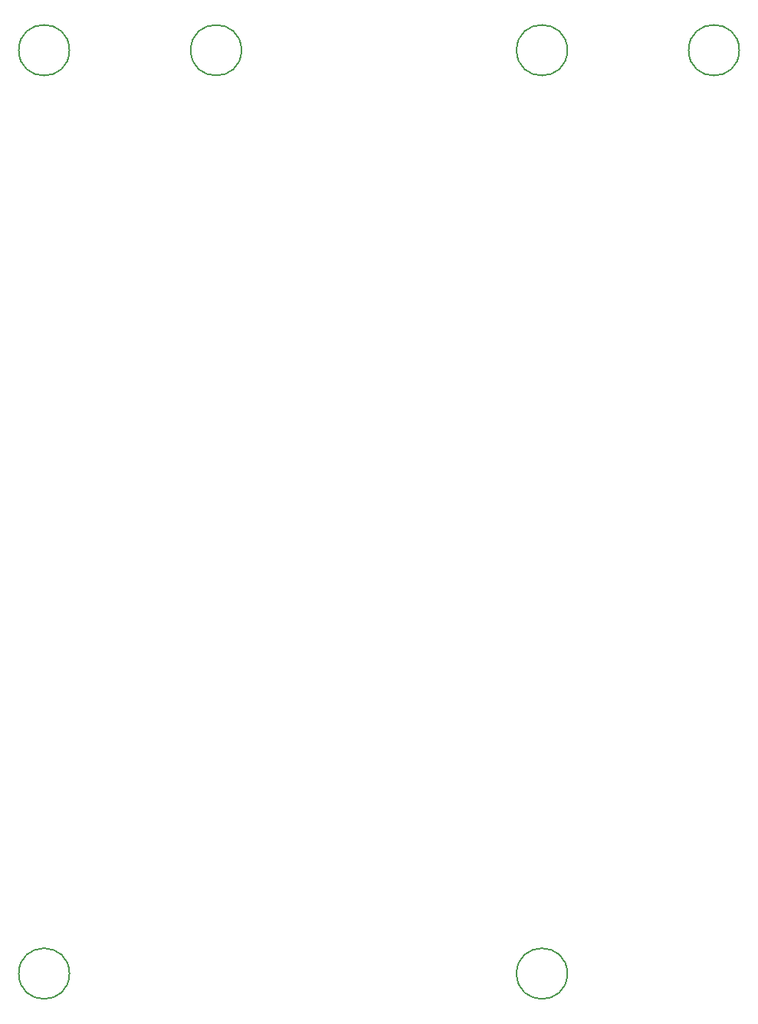
<source format=gbr>
%TF.GenerationSoftware,KiCad,Pcbnew,7.0.10*%
%TF.CreationDate,2024-04-12T22:08:05+02:00*%
%TF.ProjectId,L235-Analog-Processor,4c323335-2d41-46e6-916c-6f672d50726f,rev?*%
%TF.SameCoordinates,Original*%
%TF.FileFunction,Other,Comment*%
%FSLAX46Y46*%
G04 Gerber Fmt 4.6, Leading zero omitted, Abs format (unit mm)*
G04 Created by KiCad (PCBNEW 7.0.10) date 2024-04-12 22:08:05*
%MOMM*%
%LPD*%
G01*
G04 APERTURE LIST*
%ADD10C,0.150000*%
G04 APERTURE END LIST*
D10*
%TO.C,H1*%
X196900000Y-33250000D02*
G75*
G03*
X191300000Y-33250000I-2800000J0D01*
G01*
X191300000Y-33250000D02*
G75*
G03*
X196900000Y-33250000I2800000J0D01*
G01*
%TO.C,H2*%
X215900000Y-33250000D02*
G75*
G03*
X210300000Y-33250000I-2800000J0D01*
G01*
X210300000Y-33250000D02*
G75*
G03*
X215900000Y-33250000I2800000J0D01*
G01*
%TO.C,H3*%
X141900000Y-135250000D02*
G75*
G03*
X136300000Y-135250000I-2800000J0D01*
G01*
X136300000Y-135250000D02*
G75*
G03*
X141900000Y-135250000I2800000J0D01*
G01*
%TO.C,H1*%
X141900000Y-33250000D02*
G75*
G03*
X136300000Y-33250000I-2800000J0D01*
G01*
X136300000Y-33250000D02*
G75*
G03*
X141900000Y-33250000I2800000J0D01*
G01*
%TO.C,H2*%
X160900000Y-33250000D02*
G75*
G03*
X155300000Y-33250000I-2800000J0D01*
G01*
X155300000Y-33250000D02*
G75*
G03*
X160900000Y-33250000I2800000J0D01*
G01*
%TO.C,H3*%
X196900000Y-135250000D02*
G75*
G03*
X191300000Y-135250000I-2800000J0D01*
G01*
X191300000Y-135250000D02*
G75*
G03*
X196900000Y-135250000I2800000J0D01*
G01*
%TD*%
M02*

</source>
